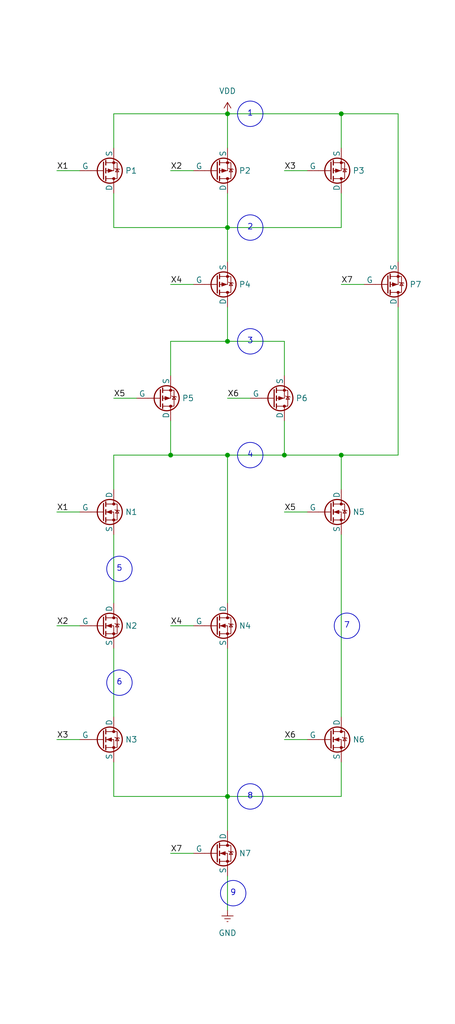
<source format=kicad_sch>
(kicad_sch (version 20250114) (generator "eeschema") (generator_version "9.0")
  (paper "User" 101.6 228.6)
  (lib_symbols
    (symbol "Simulation_SPICE:NMOS" (pin_numbers (hide yes)) (pin_names (offset 0))
      (property "Reference" "Q" (at 5.08 1.27 0))
      (property "Value" "NMOS" (at 5.08 -1.27 0))
      (symbol "NMOS_0_1"
        (polyline (pts (xy 0.254 1.905) (xy 0.254 -1.905)) (stroke (width 0.254)))
        (polyline (pts (xy 0.254 0) (xy -2.54 0)))
        (polyline (pts (xy 0.762 2.286) (xy 0.762 1.27)) (stroke (width 0.254)))
        (polyline (pts (xy 0.762 0.508) (xy 0.762 -0.508)) (stroke (width 0.254)))
        (polyline (pts (xy 0.762 -1.27) (xy 0.762 -2.286)) (stroke (width 0.254)))
        (polyline (pts (xy 0.762 -1.778) (xy 3.302 -1.778) (xy 3.302 1.778) (xy 0.762 1.778)))
        (polyline (pts (xy 1.016 0) (xy 2.032 0.381) (xy 2.032 -0.381) (xy 1.016 0)) (fill (type outline)))
        (circle (center 1.651 0) (radius 2.794) (stroke (width 0.254)))
        (polyline (pts (xy 2.54 2.54) (xy 2.54 1.778)))
        (circle (center 2.54 1.778) (radius 0.254) (fill (type outline)))
        (circle (center 2.54 -1.778) (radius 0.254) (fill (type outline)))
        (polyline (pts (xy 2.54 -2.54) (xy 2.54 0) (xy 0.762 0)))
        (polyline (pts (xy 2.794 0.508) (xy 2.921 0.381) (xy 3.683 0.381) (xy 3.81 0.254)))
        (polyline (pts (xy 3.302 0.381) (xy 2.921 -0.254) (xy 3.683 -0.254) (xy 3.302 0.381)))
      )
      (symbol "NMOS_1_1"
        (pin input line (at -5.08 0 0) (length 2.54) (name "G") (number "2"))
        (pin passive line (at 2.54 5.08 270) (length 2.54) (name "D") (number "1"))
        (pin passive line (at 2.54 -5.08 90) (length 2.54) (name "S") (number "3"))
      )
    )
    (symbol "Simulation_SPICE:PMOS" (pin_numbers (hide yes)) (pin_names (offset 0))
      (property "Reference" "Q" (at 5.08 1.27 0))
      (property "Value" "PMOS" (at 5.08 -1.27 0))
      (symbol "PMOS_0_1"
        (polyline (pts (xy 0.254 1.905) (xy 0.254 -1.905)) (stroke (width 0.254)))
        (polyline (pts (xy 0.254 0) (xy -2.54 0)))
        (polyline (pts (xy 0.762 2.286) (xy 0.762 1.27)) (stroke (width 0.254)))
        (polyline (pts (xy 0.762 1.778) (xy 3.302 1.778) (xy 3.302 -1.778) (xy 0.762 -1.778)))
        (polyline (pts (xy 0.762 0.508) (xy 0.762 -0.508)) (stroke (width 0.254)))
        (polyline (pts (xy 0.762 -1.27) (xy 0.762 -2.286)) (stroke (width 0.254)))
        (circle (center 1.651 0) (radius 2.794) (stroke (width 0.254)))
        (polyline (pts (xy 2.286 0) (xy 1.27 0.381) (xy 1.27 -0.381) (xy 2.286 0)) (fill (type outline)))
        (polyline (pts (xy 2.54 2.54) (xy 2.54 1.778)))
        (circle (center 2.54 1.778) (radius 0.254) (fill (type outline)))
        (circle (center 2.54 -1.778) (radius 0.254) (fill (type outline)))
        (polyline (pts (xy 2.54 -2.54) (xy 2.54 0) (xy 0.762 0)))
        (polyline (pts (xy 2.794 -0.508) (xy 2.921 -0.381) (xy 3.683 -0.381) (xy 3.81 -0.254)))
        (polyline (pts (xy 3.302 -0.381) (xy 2.921 0.254) (xy 3.683 0.254) (xy 3.302 -0.381)))
      )
      (symbol "PMOS_1_1"
        (pin input line (at -5.08 0 0) (length 2.54) (name "G") (number "2"))
        (pin passive line (at 2.54 5.08 270) (length 2.54) (name "D") (number "1"))
        (pin passive line (at 2.54 -5.08 90) (length 2.54) (name "S") (number "3"))
      )
    )
    (symbol "power:GNDREF" (power) (pin_numbers (hide yes)) (pin_names (offset 0) (hide yes))
      (property "Value" "GNDREF" (at 0 -3.81 0))
      (symbol "GNDREF_0_1"
        (polyline (pts (xy -0.635 -1.905) (xy 0.635 -1.905)))
        (polyline (pts (xy -0.127 -2.54) (xy 0.127 -2.54)))
        (polyline (pts (xy 0 -1.27) (xy 0 0)))
        (polyline (pts (xy 1.27 -1.27) (xy -1.27 -1.27)))
      )
      (symbol "GNDREF_1_1"
        (pin power_in line (at 0 0 270) (length 0) (name "~") (number "1"))
      )
    )
    (symbol "power:VDD" (power) (pin_numbers (hide yes)) (pin_names (offset 0) (hide yes))
      (property "Value" "VDD" (at 0 3.556 0))
      (symbol "VDD_0_1"
        (polyline (pts (xy -0.762 1.27) (xy 0 2.54)))
        (polyline (pts (xy 0 2.54) (xy 0.762 1.27)))
        (polyline (pts (xy 0 0) (xy 0 2.54)))
      )
      (symbol "VDD_1_1"
        (pin power_in line (at 0 0 90) (length 0) (name "~") (number "1"))
      )
    )
  )
  (circle (center 55.88 50.8) (radius 2.8398))
  (circle (center 26.67 152.4) (radius 2.8398))
  (circle (center 55.88 76.2) (radius 2.8398))
  (circle (center 55.88 101.6) (radius 2.8398))
  (circle (center 55.88 25.4) (radius 2.8398))
  (circle (center 26.67 127) (radius 2.8398))
  (circle (center 52.07 199.39) (radius 2.8398))
  (circle (center 77.47 139.7) (radius 2.8398))
  (circle (center 55.88 177.8) (radius 2.8398))
  (text "6" (at 26.67 152.4 0) (effects (font (size 1.27 1.27))))
  (text "8" (at 55.88 177.8 0) (effects (font (size 1.27 1.27))))
  (text "9" (at 52.07 199.39 0) (effects (font (size 1.27 1.27))))
  (text "5" (at 26.67 127 0) (effects (font (size 1.27 1.27))))
  (text "1" (at 55.88 25.4 0) (effects (font (size 1.27 1.27))))
  (text "3" (at 55.88 76.2 0) (effects (font (size 1.27 1.27))))
  (text "4" (at 55.88 101.6 0) (effects (font (size 1.27 1.27))))
  (text "2" (at 55.88 50.8 0) (effects (font (size 1.27 1.27))))
  (text "7" (at 77.47 139.7 0) (effects (font (size 1.27 1.27))))
  (junction (at 50.8 101.6))
  (junction (at 50.8 177.8))
  (junction (at 38.1 101.6))
  (junction (at 63.5 101.6))
  (junction (at 76.2 25.4))
  (junction (at 50.8 25.4))
  (junction (at 50.8 76.2))
  (junction (at 76.2 101.6))
  (junction (at 50.8 50.8))
  (wire (pts (xy 38.1 63.5) (xy 43.18 63.5)))
  (wire (pts (xy 50.8 50.8) (xy 76.2 50.8)))
  (wire (pts (xy 50.8 76.2) (xy 63.5 76.2)))
  (wire (pts (xy 25.4 43.18) (xy 25.4 50.8)))
  (wire (pts (xy 50.8 25.4) (xy 76.2 25.4)))
  (wire (pts (xy 25.4 88.9) (xy 30.48 88.9)))
  (wire (pts (xy 12.7 114.3) (xy 17.78 114.3)))
  (wire (pts (xy 38.1 139.7) (xy 43.18 139.7)))
  (wire (pts (xy 50.8 25.4) (xy 50.8 33.02)))
  (wire (pts (xy 88.9 58.42) (xy 88.9 25.4)))
  (wire (pts (xy 88.9 101.6) (xy 76.2 101.6)))
  (wire (pts (xy 50.8 101.6) (xy 63.5 101.6)))
  (wire (pts (xy 88.9 68.58) (xy 88.9 101.6)))
  (wire (pts (xy 25.4 119.38) (xy 25.4 134.62)))
  (wire (pts (xy 76.2 101.6) (xy 76.2 109.22)))
  (wire (pts (xy 50.8 50.8) (xy 50.8 43.18)))
  (wire (pts (xy 63.5 114.3) (xy 68.58 114.3)))
  (wire (pts (xy 25.4 109.22) (xy 25.4 101.6)))
  (wire (pts (xy 25.4 25.4) (xy 50.8 25.4)))
  (wire (pts (xy 50.8 50.8) (xy 50.8 58.42)))
  (wire (pts (xy 63.5 165.1) (xy 68.58 165.1)))
  (wire (pts (xy 12.7 38.1) (xy 17.78 38.1)))
  (wire (pts (xy 76.2 25.4) (xy 76.2 33.02)))
  (wire (pts (xy 76.2 119.38) (xy 76.2 160.02)))
  (wire (pts (xy 76.2 177.8) (xy 50.8 177.8)))
  (wire (pts (xy 12.7 139.7) (xy 17.78 139.7)))
  (wire (pts (xy 63.5 38.1) (xy 68.58 38.1)))
  (wire (pts (xy 50.8 76.2) (xy 38.1 76.2)))
  (wire (pts (xy 50.8 68.58) (xy 50.8 76.2)))
  (wire (pts (xy 38.1 76.2) (xy 38.1 83.82)))
  (wire (pts (xy 50.8 144.78) (xy 50.8 177.8)))
  (wire (pts (xy 25.4 170.18) (xy 25.4 177.8)))
  (wire (pts (xy 38.1 38.1) (xy 43.18 38.1)))
  (wire (pts (xy 76.2 43.18) (xy 76.2 50.8)))
  (wire (pts (xy 50.8 101.6) (xy 50.8 134.62)))
  (wire (pts (xy 25.4 177.8) (xy 50.8 177.8)))
  (wire (pts (xy 38.1 101.6) (xy 50.8 101.6)))
  (wire (pts (xy 38.1 93.98) (xy 38.1 101.6)))
  (wire (pts (xy 25.4 144.78) (xy 25.4 160.02)))
  (wire (pts (xy 63.5 101.6) (xy 63.5 93.98)))
  (wire (pts (xy 50.8 177.8) (xy 50.8 185.42)))
  (wire (pts (xy 76.2 63.5) (xy 81.28 63.5)))
  (wire (pts (xy 25.4 101.6) (xy 38.1 101.6)))
  (wire (pts (xy 50.8 88.9) (xy 55.88 88.9)))
  (wire (pts (xy 12.7 165.1) (xy 17.78 165.1)))
  (wire (pts (xy 88.9 25.4) (xy 76.2 25.4)))
  (wire (pts (xy 76.2 170.18) (xy 76.2 177.8)))
  (wire (pts (xy 38.1 190.5) (xy 43.18 190.5)))
  (wire (pts (xy 50.8 195.58) (xy 50.8 203.2)))
  (wire (pts (xy 76.2 101.6) (xy 63.5 101.6)))
  (wire (pts (xy 25.4 50.8) (xy 50.8 50.8)))
  (wire (pts (xy 25.4 33.02) (xy 25.4 25.4)))
  (wire (pts (xy 63.5 76.2) (xy 63.5 83.82)))
  (label "X6" (at 50.8 88.9 0))
  (label "X5" (at 63.5 114.3 0))
  (label "X7" (at 76.2 63.5 0))
  (label "X4" (at 38.1 139.7 0))
  (label "X6" (at 63.5 165.1 0))
  (label "X2" (at 38.1 38.1 0))
  (label "X4" (at 38.1 63.5 0))
  (label "X1" (at 12.7 114.3 0))
  (label "X2" (at 12.7 139.7 0))
  (label "X3" (at 63.5 38.1 0))
  (label "X7" (at 38.1 190.5 0))
  (label "X1" (at 12.7 38.1 0))
  (label "X5" (at 25.4 88.9 0))
  (label "X3" (at 12.7 165.1 0))
  (symbol (lib_id "Simulation_SPICE:NMOS") (at 48.26 139.7 0) (unit 1)
    (property "Reference" "N4" (at 53.34 139.7 0) (effects (justify left)))
    (property "Value" "NMOS" (effects (hide yes)))
    (property "Datasheet" "https://ngspice.sourceforge.io/docs/ngspice-html-manual/manual.xhtml#cha_MOSFETs" (effects (hide yes)))
    (property "Description" "N-MOSFET transistor, drain/source/gate" (effects (hide yes)))
    (property "Sim.Device" "NMOS" (effects (hide yes)))
    (property "Sim.Type" "VDMOS" (effects (hide yes)))
    (property "Sim.Pins" "1=D 2=G 3=S" (effects (hide yes)))
  )
  (symbol (lib_id "Simulation_SPICE:PMOS") (at 22.86 38.1 0) (mirror x) (unit 1)
    (property "Reference" "P1" (at 27.94 38.1 0) (effects (justify left)))
    (property "Value" "PMOS" (effects (hide yes)))
    (property "Datasheet" "https://ngspice.sourceforge.io/docs/ngspice-html-manual/manual.xhtml#cha_MOSFETs" (effects (hide yes)))
    (property "Description" "P-MOSFET transistor, drain/source/gate" (effects (hide yes)))
    (property "Sim.Device" "PMOS" (effects (hide yes)))
    (property "Sim.Type" "VDMOS" (effects (hide yes)))
    (property "Sim.Pins" "1=D 2=G 3=S" (effects (hide yes)))
  )
  (symbol (lib_id "Simulation_SPICE:NMOS") (at 22.86 114.3 0) (unit 1)
    (property "Reference" "N1" (at 27.94 114.3 0) (effects (justify left)))
    (property "Value" "NMOS" (effects (hide yes)))
    (property "Datasheet" "https://ngspice.sourceforge.io/docs/ngspice-html-manual/manual.xhtml#cha_MOSFETs" (effects (hide yes)))
    (property "Description" "N-MOSFET transistor, drain/source/gate" (effects (hide yes)))
    (property "Sim.Device" "NMOS" (effects (hide yes)))
    (property "Sim.Type" "VDMOS" (effects (hide yes)))
    (property "Sim.Pins" "1=D 2=G 3=S" (effects (hide yes)))
  )
  (symbol (lib_id "Simulation_SPICE:PMOS") (at 48.26 63.5 0) (mirror x) (unit 1)
    (property "Reference" "P4" (at 53.34 63.5 0) (effects (justify left)))
    (property "Value" "PMOS" (effects (hide yes)))
    (property "Datasheet" "https://ngspice.sourceforge.io/docs/ngspice-html-manual/manual.xhtml#cha_MOSFETs" (effects (hide yes)))
    (property "Description" "P-MOSFET transistor, drain/source/gate" (effects (hide yes)))
    (property "Sim.Device" "PMOS" (effects (hide yes)))
    (property "Sim.Type" "VDMOS" (effects (hide yes)))
    (property "Sim.Pins" "1=D 2=G 3=S" (effects (hide yes)))
  )
  (symbol (lib_id "Simulation_SPICE:PMOS") (at 60.96 88.9 0) (mirror x) (unit 1)
    (property "Reference" "P6" (at 66.04 88.9 0) (effects (justify left)))
    (property "Value" "PMOS" (effects (hide yes)))
    (property "Datasheet" "https://ngspice.sourceforge.io/docs/ngspice-html-manual/manual.xhtml#cha_MOSFETs" (effects (hide yes)))
    (property "Description" "P-MOSFET transistor, drain/source/gate" (effects (hide yes)))
    (property "Sim.Device" "PMOS" (effects (hide yes)))
    (property "Sim.Type" "VDMOS" (effects (hide yes)))
    (property "Sim.Pins" "1=D 2=G 3=S" (effects (hide yes)))
  )
  (symbol (lib_id "Simulation_SPICE:PMOS") (at 48.26 38.1 0) (mirror x) (unit 1)
    (property "Reference" "P2" (at 53.34 38.1 0) (effects (justify left)))
    (property "Value" "PMOS" (effects (hide yes)))
    (property "Datasheet" "https://ngspice.sourceforge.io/docs/ngspice-html-manual/manual.xhtml#cha_MOSFETs" (effects (hide yes)))
    (property "Description" "P-MOSFET transistor, drain/source/gate" (effects (hide yes)))
    (property "Sim.Device" "PMOS" (effects (hide yes)))
    (property "Sim.Type" "VDMOS" (effects (hide yes)))
    (property "Sim.Pins" "1=D 2=G 3=S" (effects (hide yes)))
  )
  (symbol (lib_id "Simulation_SPICE:NMOS") (at 22.86 139.7 0) (unit 1)
    (property "Reference" "N2" (at 27.94 139.7 0) (effects (justify left)))
    (property "Value" "NMOS" (effects (hide yes)))
    (property "Datasheet" "https://ngspice.sourceforge.io/docs/ngspice-html-manual/manual.xhtml#cha_MOSFETs" (effects (hide yes)))
    (property "Description" "N-MOSFET transistor, drain/source/gate" (effects (hide yes)))
    (property "Sim.Device" "NMOS" (effects (hide yes)))
    (property "Sim.Type" "VDMOS" (effects (hide yes)))
    (property "Sim.Pins" "1=D 2=G 3=S" (effects (hide yes)))
  )
  (symbol (lib_id "Simulation_SPICE:NMOS") (at 48.26 190.5 0) (unit 1)
    (property "Reference" "N7" (at 53.34 190.5 0) (effects (justify left)))
    (property "Value" "NMOS" (effects (hide yes)))
    (property "Datasheet" "https://ngspice.sourceforge.io/docs/ngspice-html-manual/manual.xhtml#cha_MOSFETs" (effects (hide yes)))
    (property "Description" "N-MOSFET transistor, drain/source/gate" (effects (hide yes)))
    (property "Sim.Device" "NMOS" (effects (hide yes)))
    (property "Sim.Type" "VDMOS" (effects (hide yes)))
    (property "Sim.Pins" "1=D 2=G 3=S" (effects (hide yes)))
  )
  (symbol (lib_id "power:VDD") (at 50.8 25.4 0) (unit 1)
    (property "Reference" "#PWR02" (effects (hide yes)))
    (property "Value" "VDD" (at 50.8 20.32 0))
    (property "Description" "Power symbol creates a global label with name \"VDD\"" (effects (hide yes)))
  )
  (symbol (lib_id "power:GNDREF") (at 50.8 203.2 0) (unit 1)
    (property "Reference" "#PWR01" (effects (hide yes)))
    (property "Value" "GND" (at 50.8 208.28 0))
    (property "Description" "Power symbol creates a global label with name \"GNDREF\" , reference supply ground" (effects (hide yes)))
  )
  (symbol (lib_id "Simulation_SPICE:NMOS") (at 73.66 114.3 0) (unit 1)
    (property "Reference" "N5" (at 78.74 114.3 0) (effects (justify left)))
    (property "Value" "NMOS" (effects (hide yes)))
    (property "Datasheet" "https://ngspice.sourceforge.io/docs/ngspice-html-manual/manual.xhtml#cha_MOSFETs" (effects (hide yes)))
    (property "Description" "N-MOSFET transistor, drain/source/gate" (effects (hide yes)))
    (property "Sim.Device" "NMOS" (effects (hide yes)))
    (property "Sim.Type" "VDMOS" (effects (hide yes)))
    (property "Sim.Pins" "1=D 2=G 3=S" (effects (hide yes)))
  )
  (symbol (lib_id "Simulation_SPICE:PMOS") (at 86.36 63.5 0) (mirror x) (unit 1)
    (property "Reference" "P7" (at 91.44 63.5 0) (effects (justify left)))
    (property "Value" "PMOS" (effects (hide yes)))
    (property "Datasheet" "https://ngspice.sourceforge.io/docs/ngspice-html-manual/manual.xhtml#cha_MOSFETs" (effects (hide yes)))
    (property "Description" "P-MOSFET transistor, drain/source/gate" (effects (hide yes)))
    (property "Sim.Device" "PMOS" (effects (hide yes)))
    (property "Sim.Type" "VDMOS" (effects (hide yes)))
    (property "Sim.Pins" "1=D 2=G 3=S" (effects (hide yes)))
  )
  (symbol (lib_id "Simulation_SPICE:NMOS") (at 22.86 165.1 0) (unit 1)
    (property "Reference" "N3" (at 27.94 165.1 0) (effects (justify left)))
    (property "Value" "NMOS" (effects (hide yes)))
    (property "Datasheet" "https://ngspice.sourceforge.io/docs/ngspice-html-manual/manual.xhtml#cha_MOSFETs" (effects (hide yes)))
    (property "Description" "N-MOSFET transistor, drain/source/gate" (effects (hide yes)))
    (property "Sim.Device" "NMOS" (effects (hide yes)))
    (property "Sim.Type" "VDMOS" (effects (hide yes)))
    (property "Sim.Pins" "1=D 2=G 3=S" (effects (hide yes)))
  )
  (symbol (lib_id "Simulation_SPICE:NMOS") (at 73.66 165.1 0) (unit 1)
    (property "Reference" "N6" (at 78.74 165.1 0) (effects (justify left)))
    (property "Value" "NMOS" (effects (hide yes)))
    (property "Datasheet" "https://ngspice.sourceforge.io/docs/ngspice-html-manual/manual.xhtml#cha_MOSFETs" (effects (hide yes)))
    (property "Description" "N-MOSFET transistor, drain/source/gate" (effects (hide yes)))
    (property "Sim.Device" "NMOS" (effects (hide yes)))
    (property "Sim.Type" "VDMOS" (effects (hide yes)))
    (property "Sim.Pins" "1=D 2=G 3=S" (effects (hide yes)))
  )
  (symbol (lib_id "Simulation_SPICE:PMOS") (at 73.66 38.1 0) (mirror x) (unit 1)
    (property "Reference" "P3" (at 78.74 38.1 0) (effects (justify left)))
    (property "Value" "PMOS" (effects (hide yes)))
    (property "Datasheet" "https://ngspice.sourceforge.io/docs/ngspice-html-manual/manual.xhtml#cha_MOSFETs" (effects (hide yes)))
    (property "Description" "P-MOSFET transistor, drain/source/gate" (effects (hide yes)))
    (property "Sim.Device" "PMOS" (effects (hide yes)))
    (property "Sim.Type" "VDMOS" (effects (hide yes)))
    (property "Sim.Pins" "1=D 2=G 3=S" (effects (hide yes)))
  )
  (symbol (lib_id "Simulation_SPICE:PMOS") (at 35.56 88.9 0) (mirror x) (unit 1)
    (property "Reference" "P5" (at 40.64 88.9 0) (effects (justify left)))
    (property "Value" "PMOS" (effects (hide yes)))
    (property "Datasheet" "https://ngspice.sourceforge.io/docs/ngspice-html-manual/manual.xhtml#cha_MOSFETs" (effects (hide yes)))
    (property "Description" "P-MOSFET transistor, drain/source/gate" (effects (hide yes)))
    (property "Sim.Device" "PMOS" (effects (hide yes)))
    (property "Sim.Type" "VDMOS" (effects (hide yes)))
    (property "Sim.Pins" "1=D 2=G 3=S" (effects (hide yes)))
  )
)
</source>
